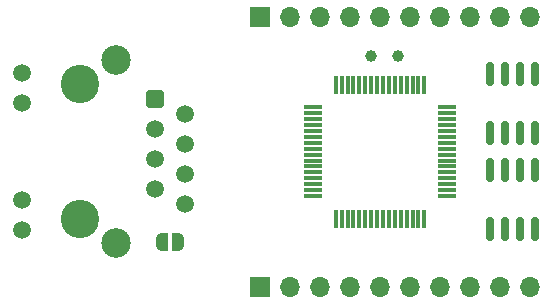
<source format=gbr>
%TF.GenerationSoftware,KiCad,Pcbnew,8.0.9-8.0.9-0~ubuntu22.04.1*%
%TF.CreationDate,2025-04-29T10:25:46+09:00*%
%TF.ProjectId,CANGatewayE,43414e47-6174-4657-9761-79452e6b6963,rev?*%
%TF.SameCoordinates,Original*%
%TF.FileFunction,Soldermask,Bot*%
%TF.FilePolarity,Negative*%
%FSLAX46Y46*%
G04 Gerber Fmt 4.6, Leading zero omitted, Abs format (unit mm)*
G04 Created by KiCad (PCBNEW 8.0.9-8.0.9-0~ubuntu22.04.1) date 2025-04-29 10:25:46*
%MOMM*%
%LPD*%
G01*
G04 APERTURE LIST*
G04 Aperture macros list*
%AMRoundRect*
0 Rectangle with rounded corners*
0 $1 Rounding radius*
0 $2 $3 $4 $5 $6 $7 $8 $9 X,Y pos of 4 corners*
0 Add a 4 corners polygon primitive as box body*
4,1,4,$2,$3,$4,$5,$6,$7,$8,$9,$2,$3,0*
0 Add four circle primitives for the rounded corners*
1,1,$1+$1,$2,$3*
1,1,$1+$1,$4,$5*
1,1,$1+$1,$6,$7*
1,1,$1+$1,$8,$9*
0 Add four rect primitives between the rounded corners*
20,1,$1+$1,$2,$3,$4,$5,0*
20,1,$1+$1,$4,$5,$6,$7,0*
20,1,$1+$1,$6,$7,$8,$9,0*
20,1,$1+$1,$8,$9,$2,$3,0*%
%AMFreePoly0*
4,1,19,0.500000,-0.750000,0.000000,-0.750000,0.000000,-0.744911,-0.071157,-0.744911,-0.207708,-0.704816,-0.327430,-0.627875,-0.420627,-0.520320,-0.479746,-0.390866,-0.500000,-0.250000,-0.500000,0.250000,-0.479746,0.390866,-0.420627,0.520320,-0.327430,0.627875,-0.207708,0.704816,-0.071157,0.744911,0.000000,0.744911,0.000000,0.750000,0.500000,0.750000,0.500000,-0.750000,0.500000,-0.750000,
$1*%
%AMFreePoly1*
4,1,19,0.000000,0.744911,0.071157,0.744911,0.207708,0.704816,0.327430,0.627875,0.420627,0.520320,0.479746,0.390866,0.500000,0.250000,0.500000,-0.250000,0.479746,-0.390866,0.420627,-0.520320,0.327430,-0.627875,0.207708,-0.704816,0.071157,-0.744911,0.000000,-0.744911,0.000000,-0.750000,-0.500000,-0.750000,-0.500000,0.750000,0.000000,0.750000,0.000000,0.744911,0.000000,0.744911,
$1*%
G04 Aperture macros list end*
%ADD10C,2.500000*%
%ADD11C,1.500000*%
%ADD12RoundRect,0.250500X-0.499500X0.499500X-0.499500X-0.499500X0.499500X-0.499500X0.499500X0.499500X0*%
%ADD13C,3.250000*%
%ADD14R,1.700000X1.700000*%
%ADD15O,1.700000X1.700000*%
%ADD16RoundRect,0.150000X0.150000X-0.825000X0.150000X0.825000X-0.150000X0.825000X-0.150000X-0.825000X0*%
%ADD17RoundRect,0.150000X-0.150000X0.825000X-0.150000X-0.825000X0.150000X-0.825000X0.150000X0.825000X0*%
%ADD18C,1.000000*%
%ADD19FreePoly0,0.000000*%
%ADD20FreePoly1,0.000000*%
%ADD21RoundRect,0.075000X0.075000X-0.700000X0.075000X0.700000X-0.075000X0.700000X-0.075000X-0.700000X0*%
%ADD22RoundRect,0.075000X0.700000X-0.075000X0.700000X0.075000X-0.700000X0.075000X-0.700000X-0.075000X0*%
G04 APERTURE END LIST*
D10*
%TO.C,J5*%
X13200000Y4960000D03*
X13200000Y20450000D03*
D11*
X5250000Y6080000D03*
X5250000Y8620000D03*
X5250000Y16790000D03*
X5250000Y19330000D03*
X19050000Y8265000D03*
X16510000Y9525000D03*
X19050000Y10805000D03*
X16510000Y12065000D03*
X19050000Y13345000D03*
X16510000Y14605000D03*
X19050000Y15885000D03*
D12*
X16510000Y17145000D03*
D13*
X10150000Y6990000D03*
X10150000Y18420000D03*
%TD*%
D14*
%TO.C,J3*%
X25400000Y1270000D03*
D15*
X27940000Y1270000D03*
X30480000Y1270000D03*
X33020000Y1270000D03*
X35560000Y1270000D03*
X38100000Y1270000D03*
X40640000Y1270000D03*
X43180000Y1270000D03*
X45720000Y1270000D03*
X48260000Y1270000D03*
%TD*%
D16*
%TO.C,U4*%
X48641000Y14289000D03*
X47371000Y14289000D03*
X46101000Y14289000D03*
X44831000Y14289000D03*
X44831000Y19239000D03*
X46101000Y19239000D03*
X47371000Y19239000D03*
X48641000Y19239000D03*
%TD*%
D17*
%TO.C,U3*%
X44831000Y11111000D03*
X46101000Y11111000D03*
X47371000Y11111000D03*
X48641000Y11111000D03*
X48641000Y6161000D03*
X47371000Y6161000D03*
X46101000Y6161000D03*
X44831000Y6161000D03*
%TD*%
D18*
%TO.C,TP1*%
X34798000Y20828000D03*
%TD*%
D19*
%TO.C,JP1*%
X17130000Y5080000D03*
D20*
X18430000Y5080000D03*
%TD*%
D18*
%TO.C,TP2*%
X37084000Y20828000D03*
%TD*%
D21*
%TO.C,U1*%
X39310000Y7025000D03*
X38810000Y7025000D03*
X38310000Y7025000D03*
X37810000Y7025000D03*
X37310000Y7025000D03*
X36810000Y7025000D03*
X36310000Y7025000D03*
X35810000Y7025000D03*
X35310000Y7025000D03*
X34810000Y7025000D03*
X34310000Y7025000D03*
X33810000Y7025000D03*
X33310000Y7025000D03*
X32810000Y7025000D03*
X32310000Y7025000D03*
X31810000Y7025000D03*
D22*
X29885000Y8950000D03*
X29885000Y9450000D03*
X29885000Y9950000D03*
X29885000Y10450000D03*
X29885000Y10950000D03*
X29885000Y11450000D03*
X29885000Y11950000D03*
X29885000Y12450000D03*
X29885000Y12950000D03*
X29885000Y13450000D03*
X29885000Y13950000D03*
X29885000Y14450000D03*
X29885000Y14950000D03*
X29885000Y15450000D03*
X29885000Y15950000D03*
X29885000Y16450000D03*
D21*
X31810000Y18375000D03*
X32310000Y18375000D03*
X32810000Y18375000D03*
X33310000Y18375000D03*
X33810000Y18375000D03*
X34310000Y18375000D03*
X34810000Y18375000D03*
X35310000Y18375000D03*
X35810000Y18375000D03*
X36310000Y18375000D03*
X36810000Y18375000D03*
X37310000Y18375000D03*
X37810000Y18375000D03*
X38310000Y18375000D03*
X38810000Y18375000D03*
X39310000Y18375000D03*
D22*
X41235000Y16450000D03*
X41235000Y15950000D03*
X41235000Y15450000D03*
X41235000Y14950000D03*
X41235000Y14450000D03*
X41235000Y13950000D03*
X41235000Y13450000D03*
X41235000Y12950000D03*
X41235000Y12450000D03*
X41235000Y11950000D03*
X41235000Y11450000D03*
X41235000Y10950000D03*
X41235000Y10450000D03*
X41235000Y9950000D03*
X41235000Y9450000D03*
X41235000Y8950000D03*
%TD*%
D14*
%TO.C,J4*%
X25400000Y24130000D03*
D15*
X27940000Y24130000D03*
X30480000Y24130000D03*
X33020000Y24130000D03*
X35560000Y24130000D03*
X38100000Y24130000D03*
X40640000Y24130000D03*
X43180000Y24130000D03*
X45720000Y24130000D03*
X48260000Y24130000D03*
%TD*%
M02*

</source>
